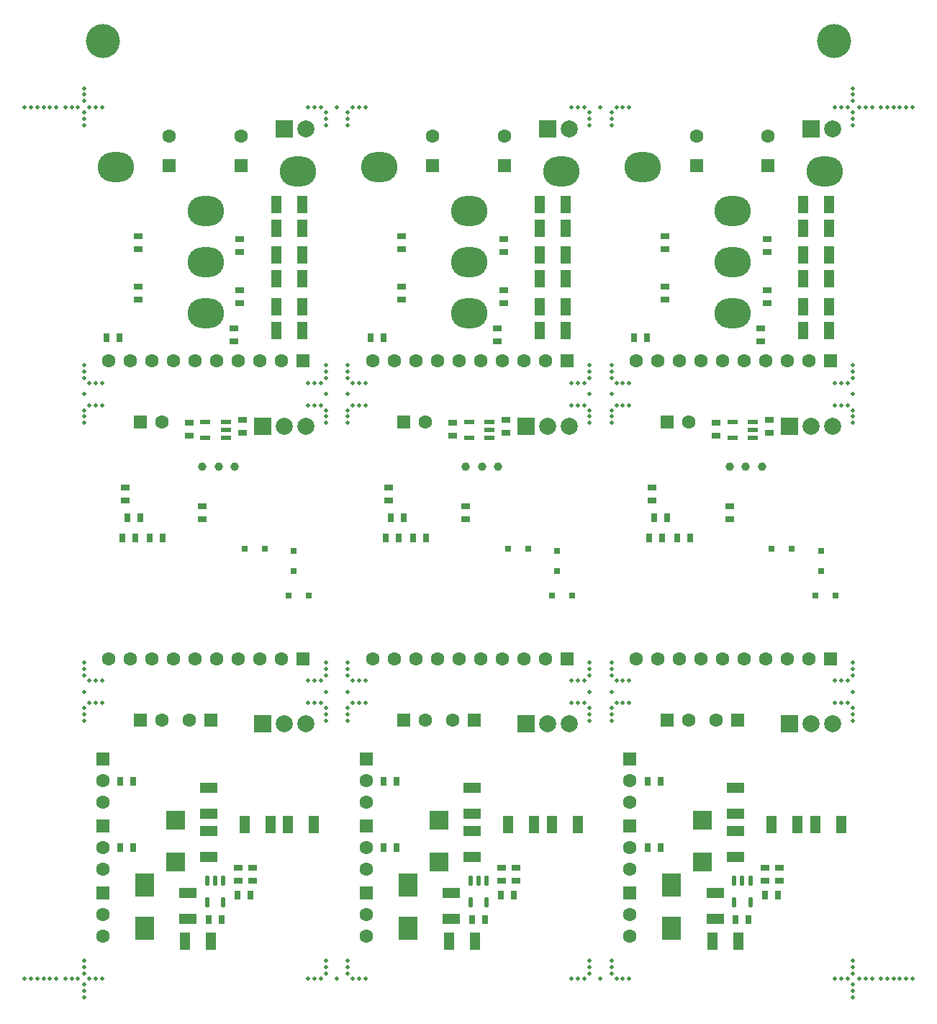
<source format=gbs>
%TF.GenerationSoftware,KiCad,Pcbnew,6.0.4-6f826c9f35~116~ubuntu20.04.1*%
%TF.CreationDate,2022-04-22T17:02:12+02:00*%
%TF.ProjectId,crawl_esc_pan,63726177-6c5f-4657-9363-5f70616e2e6b,rev?*%
%TF.SameCoordinates,Original*%
%TF.FileFunction,Soldermask,Bot*%
%TF.FilePolarity,Negative*%
%FSLAX46Y46*%
G04 Gerber Fmt 4.6, Leading zero omitted, Abs format (unit mm)*
G04 Created by KiCad (PCBNEW 6.0.4-6f826c9f35~116~ubuntu20.04.1) date 2022-04-22 17:02:12*
%MOMM*%
%LPD*%
G01*
G04 APERTURE LIST*
G04 Aperture macros list*
%AMRoundRect*
0 Rectangle with rounded corners*
0 $1 Rounding radius*
0 $2 $3 $4 $5 $6 $7 $8 $9 X,Y pos of 4 corners*
0 Add a 4 corners polygon primitive as box body*
4,1,4,$2,$3,$4,$5,$6,$7,$8,$9,$2,$3,0*
0 Add four circle primitives for the rounded corners*
1,1,$1+$1,$2,$3*
1,1,$1+$1,$4,$5*
1,1,$1+$1,$6,$7*
1,1,$1+$1,$8,$9*
0 Add four rect primitives between the rounded corners*
20,1,$1+$1,$2,$3,$4,$5,0*
20,1,$1+$1,$4,$5,$6,$7,0*
20,1,$1+$1,$6,$7,$8,$9,0*
20,1,$1+$1,$8,$9,$2,$3,0*%
G04 Aperture macros list end*
%ADD10C,1.000000*%
%ADD11O,4.300000X3.500000*%
%ADD12C,0.500000*%
%ADD13R,1.600200X1.600200*%
%ADD14C,1.600200*%
%ADD15C,4.000000*%
%ADD16R,2.000000X2.000000*%
%ADD17C,2.000000*%
%ADD18R,1.016000X0.762000*%
%ADD19R,1.193800X2.006600*%
%ADD20RoundRect,0.147500X-0.147500X0.457500X-0.147500X-0.457500X0.147500X-0.457500X0.147500X0.457500X0*%
%ADD21R,0.800000X0.800000*%
%ADD22R,2.006600X1.193800*%
%ADD23R,0.762000X1.016000*%
%ADD24R,1.200000X0.600000*%
%ADD25R,2.260000X2.160000*%
%ADD26R,2.200000X2.700000*%
G04 APERTURE END LIST*
D10*
%TO.C,TP3*%
X109896516Y-87163671D03*
%TD*%
D11*
%TO.C,TP3*%
X106501100Y-69068597D03*
%TD*%
D12*
%TO.C,*%
X154901100Y-147303599D03*
%TD*%
%TO.C,*%
X57151100Y-44903599D03*
%TD*%
D10*
%TO.C,TP1*%
X76996517Y-87163671D03*
%TD*%
D13*
%TO.C,ST2*%
X86961100Y-109703597D03*
D14*
X84421100Y-109703597D03*
X81881100Y-109703597D03*
X79341100Y-109703597D03*
X76801100Y-109703597D03*
X74261100Y-109703597D03*
X71721100Y-109703597D03*
X69181100Y-109703597D03*
X66641100Y-109703597D03*
X64101100Y-109703597D03*
%TD*%
D15*
%TO.C,*%
X149401100Y-37103599D03*
%TD*%
D12*
%TO.C,*%
X55651100Y-147303599D03*
%TD*%
D13*
%TO.C,ST5*%
X63400644Y-137263376D03*
D14*
X63400644Y-139803376D03*
X63400644Y-142343376D03*
%TD*%
D11*
%TO.C,TP3*%
X137501100Y-69068597D03*
%TD*%
D16*
%TO.C,ST1*%
X82186517Y-82403599D03*
D17*
X84726517Y-82403599D03*
X87266517Y-82403599D03*
%TD*%
D12*
%TO.C,*%
X54151100Y-44903599D03*
%TD*%
D13*
%TO.C,ST3*%
X94400644Y-121503378D03*
D14*
X94400644Y-124043378D03*
X94400644Y-126583378D03*
%TD*%
D12*
%TO.C,*%
X54901100Y-44903599D03*
%TD*%
%TO.C,*%
X61201100Y-146703599D03*
X61201100Y-149553599D03*
X63301100Y-147303599D03*
X61201100Y-148053599D03*
X61201100Y-148803599D03*
X58951100Y-147303599D03*
X60451100Y-147303599D03*
X62551100Y-147303599D03*
X61201100Y-145953599D03*
X61201100Y-145203599D03*
X59701100Y-147303599D03*
X61801100Y-147303599D03*
%TD*%
D11*
%TO.C,TP1*%
X86301100Y-52403599D03*
%TD*%
D12*
%TO.C,*%
X56401100Y-44903599D03*
%TD*%
%TO.C,*%
X158651100Y-147303599D03*
%TD*%
%TO.C,*%
X94301100Y-147303599D03*
X89601100Y-145953599D03*
X92201100Y-145953599D03*
X92201100Y-145203599D03*
X89001100Y-147303599D03*
X90901100Y-147303599D03*
X87501100Y-147303599D03*
X93551100Y-147303599D03*
X89601100Y-145203599D03*
X92201100Y-146703599D03*
X88251100Y-147303599D03*
X89601100Y-146703599D03*
X92801100Y-147303599D03*
%TD*%
D16*
%TO.C,ST1*%
X144186644Y-117403378D03*
D17*
X146726644Y-117403378D03*
X149266644Y-117403378D03*
%TD*%
D12*
%TO.C,*%
X54151100Y-147303599D03*
%TD*%
D13*
%TO.C,C1*%
X102201100Y-51753597D03*
D14*
X102201100Y-48253600D03*
%TD*%
D10*
%TO.C,TP3*%
X140896516Y-87163671D03*
%TD*%
D12*
%TO.C,*%
X57901100Y-147303599D03*
%TD*%
D13*
%TO.C,ST2*%
X98796642Y-116908378D03*
D14*
X101336642Y-116908378D03*
%TD*%
D10*
%TO.C,TP2*%
X137096516Y-87163671D03*
%TD*%
D12*
%TO.C,*%
X57151100Y-147303599D03*
%TD*%
D13*
%TO.C,ST3*%
X63400644Y-121503378D03*
D14*
X63400644Y-124043378D03*
X63400644Y-126583378D03*
%TD*%
D16*
%TO.C,ST1*%
X144186517Y-82403599D03*
D17*
X146726517Y-82403599D03*
X149266517Y-82403599D03*
%TD*%
D11*
%TO.C,TP1*%
X117301100Y-52403599D03*
%TD*%
D13*
%TO.C,C1*%
X71201100Y-51753597D03*
D14*
X71201100Y-48253600D03*
%TD*%
D13*
%TO.C,ST2*%
X129796642Y-116908378D03*
D14*
X132336642Y-116908378D03*
%TD*%
D12*
%TO.C,*%
X155651100Y-44903599D03*
%TD*%
D11*
%TO.C,TP5*%
X75501100Y-57068599D03*
%TD*%
D10*
%TO.C,TP1*%
X138996517Y-87163671D03*
%TD*%
D11*
%TO.C,TP2*%
X126901100Y-51903597D03*
%TD*%
D12*
%TO.C,*%
X157151100Y-44903599D03*
%TD*%
D11*
%TO.C,TP4*%
X106501100Y-63068597D03*
%TD*%
D13*
%TO.C,ST6*%
X107070644Y-116903376D03*
D14*
X104530644Y-116903376D03*
%TD*%
D11*
%TO.C,TP2*%
X64901100Y-51903597D03*
%TD*%
D13*
%TO.C,ST3*%
X98796416Y-81908502D03*
D14*
X101336416Y-81908502D03*
%TD*%
D12*
%TO.C,*%
X92201100Y-80503599D03*
X92201100Y-78603599D03*
X92801100Y-77303599D03*
X92201100Y-75203599D03*
X92201100Y-82003599D03*
X94301100Y-79903599D03*
X89601100Y-75203599D03*
X92801100Y-79903599D03*
X93551100Y-77303599D03*
X89601100Y-80503599D03*
X93551100Y-79903599D03*
X89601100Y-76703599D03*
X89601100Y-75953599D03*
X87501100Y-79903599D03*
X88251100Y-77303599D03*
X92201100Y-81253599D03*
X89601100Y-78603599D03*
X89601100Y-82003599D03*
X89601100Y-81253599D03*
X92201100Y-76703599D03*
X89001100Y-79903599D03*
X87501100Y-77303599D03*
X92201100Y-75953599D03*
X94301100Y-77303599D03*
X89001100Y-77303599D03*
X88251100Y-79903599D03*
%TD*%
%TO.C,*%
X155651100Y-147303599D03*
%TD*%
D11*
%TO.C,TP4*%
X75501100Y-63068597D03*
%TD*%
D12*
%TO.C,*%
X157901100Y-147303599D03*
%TD*%
D13*
%TO.C,ST2*%
X148961100Y-109703597D03*
D14*
X146421100Y-109703597D03*
X143881100Y-109703597D03*
X141341100Y-109703597D03*
X138801100Y-109703597D03*
X136261100Y-109703597D03*
X133721100Y-109703597D03*
X131181100Y-109703597D03*
X128641100Y-109703597D03*
X126101100Y-109703597D03*
%TD*%
D13*
%TO.C,C1*%
X133201100Y-51753597D03*
D14*
X133201100Y-48253600D03*
%TD*%
D13*
%TO.C,ST6*%
X138070644Y-116903376D03*
D14*
X135530644Y-116903376D03*
%TD*%
D13*
%TO.C,ST2*%
X117961100Y-109703597D03*
D14*
X115421100Y-109703597D03*
X112881100Y-109703597D03*
X110341100Y-109703597D03*
X107801100Y-109703597D03*
X105261100Y-109703597D03*
X102721100Y-109703597D03*
X100181100Y-109703597D03*
X97641100Y-109703597D03*
X95101100Y-109703597D03*
%TD*%
D12*
%TO.C,*%
X151001100Y-44903599D03*
X151601100Y-46253599D03*
X153101100Y-44903599D03*
X150251100Y-44903599D03*
X151601100Y-42653599D03*
X149501100Y-44903599D03*
X151601100Y-47003599D03*
X153851100Y-44903599D03*
X151601100Y-45503599D03*
X151601100Y-43403599D03*
X152351100Y-44903599D03*
X151601100Y-44153599D03*
%TD*%
%TO.C,*%
X150251100Y-112303599D03*
X151001100Y-112303599D03*
X151601100Y-111703599D03*
X151601100Y-113603599D03*
X151601100Y-117003599D03*
X151601100Y-115503599D03*
X151601100Y-110203599D03*
X150251100Y-114903599D03*
X151001100Y-114903599D03*
X149501100Y-114903599D03*
X151601100Y-116253599D03*
X151601100Y-110953599D03*
X149501100Y-112303599D03*
%TD*%
D15*
%TO.C,*%
X63401100Y-37103599D03*
%TD*%
D10*
%TO.C,TP2*%
X106096516Y-87163671D03*
%TD*%
D13*
%TO.C,ST4*%
X63400644Y-129363376D03*
D14*
X63400644Y-131903376D03*
X63400644Y-134443376D03*
%TD*%
D16*
%TO.C,ST1*%
X113186644Y-117403378D03*
D17*
X115726644Y-117403378D03*
X118266644Y-117403378D03*
%TD*%
D12*
%TO.C,*%
X157151100Y-147303599D03*
%TD*%
D13*
%TO.C,ST5*%
X125400644Y-137263376D03*
D14*
X125400644Y-139803376D03*
X125400644Y-142343376D03*
%TD*%
D13*
%TO.C,ST3*%
X67796416Y-81908502D03*
D14*
X70336416Y-81908502D03*
%TD*%
D12*
%TO.C,*%
X151001100Y-77303599D03*
X149501100Y-77303599D03*
X149501100Y-79903599D03*
X150251100Y-77303599D03*
X151601100Y-80503599D03*
X151601100Y-81253599D03*
X151601100Y-75203599D03*
X151001100Y-79903599D03*
X151601100Y-76703599D03*
X151601100Y-75953599D03*
X151601100Y-78603599D03*
X151601100Y-82003599D03*
X150251100Y-79903599D03*
%TD*%
D13*
%TO.C,ST4*%
X125400644Y-129363376D03*
D14*
X125400644Y-131903376D03*
X125400644Y-134443376D03*
%TD*%
D13*
%TO.C,ST6*%
X76070644Y-116903376D03*
D14*
X73530644Y-116903376D03*
%TD*%
D12*
%TO.C,*%
X157901100Y-44903599D03*
%TD*%
D13*
%TO.C,C2*%
X110601100Y-51753597D03*
D14*
X110601100Y-48253600D03*
%TD*%
D11*
%TO.C,TP3*%
X75501100Y-69068597D03*
%TD*%
D12*
%TO.C,*%
X158651100Y-44903599D03*
%TD*%
%TO.C,*%
X120601100Y-47003599D03*
X121901100Y-44903599D03*
X123801100Y-44903599D03*
X123201100Y-46253599D03*
X123201100Y-45503599D03*
X119251100Y-44903599D03*
X125301100Y-44903599D03*
X123201100Y-47003599D03*
X118501100Y-44903599D03*
X120001100Y-44903599D03*
X120601100Y-46253599D03*
X124551100Y-44903599D03*
X120601100Y-45503599D03*
%TD*%
%TO.C,*%
X89601100Y-111703599D03*
X89001100Y-114903599D03*
X88251100Y-112303599D03*
X94301100Y-112303599D03*
X92801100Y-112303599D03*
X89601100Y-110953599D03*
X93551100Y-114903599D03*
X89001100Y-112303599D03*
X92801100Y-114903599D03*
X92201100Y-110203599D03*
X92201100Y-115503599D03*
X87501100Y-112303599D03*
X92201100Y-110953599D03*
X89601100Y-116253599D03*
X92201100Y-117003599D03*
X92201100Y-113603599D03*
X94301100Y-114903599D03*
X93551100Y-112303599D03*
X89601100Y-117003599D03*
X88251100Y-114903599D03*
X89601100Y-110203599D03*
X92201100Y-111703599D03*
X92201100Y-116253599D03*
X87501100Y-114903599D03*
X89601100Y-113603599D03*
X89601100Y-115503599D03*
%TD*%
%TO.C,*%
X57901100Y-44903599D03*
%TD*%
%TO.C,*%
X156401100Y-147303599D03*
%TD*%
%TO.C,*%
X88251100Y-44903599D03*
X89601100Y-45503599D03*
X89601100Y-47003599D03*
X93551100Y-44903599D03*
X92201100Y-46253599D03*
X92801100Y-44903599D03*
X87501100Y-44903599D03*
X92201100Y-47003599D03*
X94301100Y-44903599D03*
X90901100Y-44903599D03*
X92201100Y-45503599D03*
X89001100Y-44903599D03*
X89601100Y-46253599D03*
%TD*%
%TO.C,*%
X56401100Y-147303599D03*
%TD*%
%TO.C,*%
X156401100Y-44903599D03*
%TD*%
D16*
%TO.C,ST1*%
X113186517Y-82403599D03*
D17*
X115726517Y-82403599D03*
X118266517Y-82403599D03*
%TD*%
D12*
%TO.C,*%
X124551100Y-77303599D03*
X120601100Y-76703599D03*
X120601100Y-80503599D03*
X123801100Y-79903599D03*
X120601100Y-82003599D03*
X119251100Y-77303599D03*
X123201100Y-75953599D03*
X118501100Y-79903599D03*
X123201100Y-75203599D03*
X119251100Y-79903599D03*
X120001100Y-79903599D03*
X123201100Y-80503599D03*
X120001100Y-77303599D03*
X125301100Y-79903599D03*
X123201100Y-82003599D03*
X120601100Y-78603599D03*
X120601100Y-75203599D03*
X123201100Y-78603599D03*
X120601100Y-75953599D03*
X123801100Y-77303599D03*
X123201100Y-76703599D03*
X124551100Y-79903599D03*
X123201100Y-81253599D03*
X125301100Y-77303599D03*
X118501100Y-77303599D03*
X120601100Y-81253599D03*
%TD*%
D16*
%TO.C,ST1*%
X82186644Y-117403378D03*
D17*
X84726644Y-117403378D03*
X87266644Y-117403378D03*
%TD*%
D10*
%TO.C,TP3*%
X78896516Y-87163671D03*
%TD*%
D11*
%TO.C,TP2*%
X95901100Y-51903597D03*
%TD*%
%TO.C,TP5*%
X137501100Y-57068599D03*
%TD*%
D13*
%TO.C,ST3*%
X129796416Y-81908502D03*
D14*
X132336416Y-81908502D03*
%TD*%
D13*
%TO.C,ST3*%
X125400644Y-121503378D03*
D14*
X125400644Y-124043378D03*
X125400644Y-126583378D03*
%TD*%
D11*
%TO.C,TP4*%
X137501100Y-63068597D03*
%TD*%
D13*
%TO.C,ST5*%
X94400644Y-137263376D03*
D14*
X94400644Y-139803376D03*
X94400644Y-142343376D03*
%TD*%
D12*
%TO.C,*%
X120001100Y-112303599D03*
X119251100Y-112303599D03*
X123801100Y-114903599D03*
X120601100Y-117003599D03*
X120601100Y-111703599D03*
X123201100Y-115503599D03*
X120601100Y-110203599D03*
X120601100Y-110953599D03*
X123201100Y-111703599D03*
X118501100Y-114903599D03*
X123201100Y-117003599D03*
X123201100Y-110203599D03*
X119251100Y-114903599D03*
X123201100Y-116253599D03*
X123801100Y-112303599D03*
X120001100Y-114903599D03*
X120601100Y-113603599D03*
X123201100Y-110953599D03*
X125301100Y-112303599D03*
X125301100Y-114903599D03*
X124551100Y-112303599D03*
X123201100Y-113603599D03*
X118501100Y-112303599D03*
X120601100Y-116253599D03*
X120601100Y-115503599D03*
X124551100Y-114903599D03*
%TD*%
D13*
%TO.C,C2*%
X141601100Y-51753597D03*
D14*
X141601100Y-48253600D03*
%TD*%
D12*
%TO.C,*%
X124551100Y-147303599D03*
X123201100Y-145953599D03*
X120001100Y-147303599D03*
X120601100Y-145953599D03*
X120601100Y-146703599D03*
X123201100Y-145203599D03*
X119251100Y-147303599D03*
X125301100Y-147303599D03*
X123201100Y-146703599D03*
X123801100Y-147303599D03*
X121901100Y-147303599D03*
X118501100Y-147303599D03*
X120601100Y-145203599D03*
%TD*%
%TO.C,*%
X61201100Y-78603599D03*
X61201100Y-81253599D03*
X61201100Y-80503599D03*
X61201100Y-75953599D03*
X61201100Y-82003599D03*
X61801100Y-77303599D03*
X62551100Y-79903599D03*
X63301100Y-77303599D03*
X61201100Y-76703599D03*
X61801100Y-79903599D03*
X63301100Y-79903599D03*
X61201100Y-75203599D03*
X62551100Y-77303599D03*
%TD*%
D10*
%TO.C,TP1*%
X107996517Y-87163671D03*
%TD*%
D11*
%TO.C,TP1*%
X148301100Y-52403599D03*
%TD*%
D12*
%TO.C,*%
X54901100Y-147303599D03*
%TD*%
D11*
%TO.C,TP5*%
X106501100Y-57068599D03*
%TD*%
D12*
%TO.C,*%
X61201100Y-47003599D03*
X61201100Y-46253599D03*
X61201100Y-42653599D03*
X60451100Y-44903599D03*
X61201100Y-45503599D03*
X61801100Y-44903599D03*
X61201100Y-44153599D03*
X62551100Y-44903599D03*
X63301100Y-44903599D03*
X59701100Y-44903599D03*
X58951100Y-44903599D03*
X61201100Y-43403599D03*
%TD*%
D13*
%TO.C,ST2*%
X67796642Y-116908378D03*
D14*
X70336642Y-116908378D03*
%TD*%
D10*
%TO.C,TP2*%
X75096516Y-87163671D03*
%TD*%
D12*
%TO.C,*%
X151001100Y-147303599D03*
X151601100Y-148803599D03*
X151601100Y-145203599D03*
X152351100Y-147303599D03*
X153851100Y-147303599D03*
X151601100Y-148053599D03*
X151601100Y-145953599D03*
X150251100Y-147303599D03*
X151601100Y-146703599D03*
X149501100Y-147303599D03*
X153101100Y-147303599D03*
X151601100Y-149553599D03*
%TD*%
%TO.C,*%
X154901100Y-44903599D03*
%TD*%
%TO.C,*%
X55651100Y-44903599D03*
%TD*%
D13*
%TO.C,ST4*%
X94400644Y-129363376D03*
D14*
X94400644Y-131903376D03*
X94400644Y-134443376D03*
%TD*%
D12*
%TO.C,*%
X61201100Y-117003599D03*
X61801100Y-114903599D03*
X61201100Y-110203599D03*
X62551100Y-114903599D03*
X62551100Y-112303599D03*
X63301100Y-114903599D03*
X61201100Y-110953599D03*
X61801100Y-112303599D03*
X61201100Y-116253599D03*
X61201100Y-113603599D03*
X61201100Y-111703599D03*
X61201100Y-115503599D03*
X63301100Y-112303599D03*
%TD*%
D13*
%TO.C,C2*%
X79601100Y-51753597D03*
D14*
X79601100Y-48253600D03*
%TD*%
D18*
%TO.C,R5*%
X141300642Y-135865378D03*
X141300642Y-134341378D03*
%TD*%
%TO.C,C13*%
X141801100Y-83165599D03*
X141801100Y-81641599D03*
%TD*%
D16*
%TO.C,ST1*%
X84731100Y-47403599D03*
D17*
X87271100Y-47403599D03*
%TD*%
D19*
%TO.C,C3*%
X145791367Y-62278597D03*
X148839367Y-62278597D03*
%TD*%
D20*
%TO.C,IC3*%
X137650642Y-135848381D03*
X138600642Y-135848381D03*
X139550644Y-135848381D03*
X139550644Y-138358378D03*
X137650642Y-138358378D03*
%TD*%
D21*
%TO.C,D2*%
X85839100Y-97003597D03*
X85839100Y-99403597D03*
%TD*%
D22*
%TO.C,C19*%
X106800645Y-133027380D03*
X106800645Y-129979380D03*
%TD*%
D18*
%TO.C,R2*%
X79501102Y-67915597D03*
X79501102Y-66391597D03*
%TD*%
D21*
%TO.C,D1*%
X149601100Y-102303597D03*
X147201100Y-102303597D03*
%TD*%
D23*
%TO.C,R4*%
X127667264Y-95503597D03*
X129191264Y-95503597D03*
%TD*%
D18*
%TO.C,R1*%
X140751100Y-72370597D03*
X140751100Y-70846597D03*
%TD*%
D19*
%TO.C,C5*%
X145777098Y-71103595D03*
X148825098Y-71103595D03*
%TD*%
%TO.C,C4*%
X145791367Y-65078593D03*
X148839367Y-65078593D03*
%TD*%
D23*
%TO.C,R6*%
X142762644Y-137503381D03*
X141238644Y-137503381D03*
%TD*%
D18*
%TO.C,L1*%
X127996516Y-89601672D03*
X127996516Y-91125672D03*
%TD*%
D21*
%TO.C,D2*%
X147839100Y-97003597D03*
X147839100Y-99403597D03*
%TD*%
D23*
%TO.C,C18*%
X75838642Y-140403380D03*
X77362642Y-140403380D03*
%TD*%
D24*
%TO.C,IC1*%
X108846503Y-81873786D03*
X108846503Y-82823746D03*
X108846503Y-83773706D03*
X106446502Y-83773706D03*
X106446502Y-81873786D03*
%TD*%
D19*
%TO.C,C5*%
X150224642Y-129203376D03*
X147176642Y-129203376D03*
%TD*%
D25*
%TO.C,D2*%
X133900642Y-133653379D03*
X133900642Y-128753378D03*
%TD*%
D13*
%TO.C,ST2*%
X86961100Y-74703597D03*
D14*
X84421100Y-74703597D03*
X81881100Y-74703597D03*
X79341100Y-74703597D03*
X76801100Y-74703597D03*
X74261100Y-74703597D03*
X71721100Y-74703597D03*
X69181100Y-74703597D03*
X66641100Y-74703597D03*
X64101100Y-74703597D03*
%TD*%
D21*
%TO.C,D3*%
X80046516Y-96803597D03*
X82446516Y-96803597D03*
%TD*%
D19*
%TO.C,C5*%
X88224642Y-129203376D03*
X85176642Y-129203376D03*
%TD*%
%TO.C,C6*%
X83777098Y-68303597D03*
X86825098Y-68303597D03*
%TD*%
D18*
%TO.C,C15*%
X143000642Y-135865378D03*
X143000642Y-134341378D03*
%TD*%
D19*
%TO.C,C3*%
X142076642Y-129203376D03*
X145124642Y-129203376D03*
%TD*%
D16*
%TO.C,ST1*%
X146731100Y-47403599D03*
D17*
X149271100Y-47403599D03*
%TD*%
D22*
%TO.C,C20*%
X75800642Y-124879378D03*
X75800642Y-127927378D03*
%TD*%
D23*
%TO.C,R4*%
X96667264Y-95503597D03*
X98191264Y-95503597D03*
%TD*%
%TO.C,C11*%
X132439517Y-95515356D03*
X130915517Y-95515356D03*
%TD*%
D18*
%TO.C,R2*%
X110501102Y-67915597D03*
X110501102Y-66391597D03*
%TD*%
D24*
%TO.C,IC1*%
X77846503Y-81873786D03*
X77846503Y-82823746D03*
X77846503Y-83773706D03*
X75446502Y-83773706D03*
X75446502Y-81873786D03*
%TD*%
D21*
%TO.C,D1*%
X87601100Y-102303597D03*
X85201100Y-102303597D03*
%TD*%
D18*
%TO.C,R6*%
X129501100Y-61565597D03*
X129501100Y-60041597D03*
%TD*%
D21*
%TO.C,D3*%
X142046516Y-96803597D03*
X144446516Y-96803597D03*
%TD*%
D23*
%TO.C,C21*%
X66962644Y-124103378D03*
X65438644Y-124103378D03*
%TD*%
D18*
%TO.C,R1*%
X109751100Y-72370597D03*
X109751100Y-70846597D03*
%TD*%
D22*
%TO.C,C19*%
X137800645Y-133027380D03*
X137800645Y-129979380D03*
%TD*%
D18*
%TO.C,C15*%
X81000642Y-135865378D03*
X81000642Y-134341378D03*
%TD*%
D19*
%TO.C,C8*%
X83777103Y-56303599D03*
X86825103Y-56303599D03*
%TD*%
D23*
%TO.C,C11*%
X70439517Y-95515356D03*
X68915517Y-95515356D03*
%TD*%
D18*
%TO.C,R5*%
X110300642Y-135865378D03*
X110300642Y-134341378D03*
%TD*%
D24*
%TO.C,IC1*%
X139846503Y-81873786D03*
X139846503Y-82823746D03*
X139846503Y-83773706D03*
X137446502Y-83773706D03*
X137446502Y-81873786D03*
%TD*%
D19*
%TO.C,C3*%
X83791367Y-62278597D03*
X86839367Y-62278597D03*
%TD*%
%TO.C,C3*%
X111076642Y-129203376D03*
X114124642Y-129203376D03*
%TD*%
%TO.C,C4*%
X114791367Y-65078593D03*
X117839367Y-65078593D03*
%TD*%
%TO.C,C5*%
X83777098Y-71103595D03*
X86825098Y-71103595D03*
%TD*%
%TO.C,C5*%
X119224642Y-129203376D03*
X116176642Y-129203376D03*
%TD*%
%TO.C,C6*%
X114777098Y-68303597D03*
X117825098Y-68303597D03*
%TD*%
D21*
%TO.C,D1*%
X118601100Y-102303597D03*
X116201100Y-102303597D03*
%TD*%
D23*
%TO.C,C22*%
X97962644Y-131903376D03*
X96438644Y-131903376D03*
%TD*%
D26*
%TO.C,L2*%
X130300644Y-141453378D03*
X130300644Y-136353378D03*
%TD*%
D23*
%TO.C,C21*%
X97962644Y-124103378D03*
X96438644Y-124103378D03*
%TD*%
%TO.C,R4*%
X94839100Y-72003597D03*
X96363100Y-72003597D03*
%TD*%
D22*
%TO.C,C19*%
X75800645Y-133027380D03*
X75800645Y-129979380D03*
%TD*%
D20*
%TO.C,IC3*%
X75650642Y-135848381D03*
X76600642Y-135848381D03*
X77550644Y-135848381D03*
X77550644Y-138358378D03*
X75650642Y-138358378D03*
%TD*%
D19*
%TO.C,C7*%
X114777103Y-59103601D03*
X117825103Y-59103601D03*
%TD*%
%TO.C,C7*%
X145777103Y-59103601D03*
X148825103Y-59103601D03*
%TD*%
D23*
%TO.C,R6*%
X80762644Y-137503381D03*
X79238644Y-137503381D03*
%TD*%
D18*
%TO.C,R3*%
X110501102Y-61915597D03*
X110501102Y-60391597D03*
%TD*%
D19*
%TO.C,C5*%
X114777098Y-71103595D03*
X117825098Y-71103595D03*
%TD*%
D18*
%TO.C,C6*%
X135501100Y-83465599D03*
X135501100Y-81941599D03*
%TD*%
D22*
%TO.C,C9*%
X135400644Y-137279381D03*
X135400644Y-140327381D03*
%TD*%
D18*
%TO.C,C15*%
X112000642Y-135865378D03*
X112000642Y-134341378D03*
%TD*%
%TO.C,C6*%
X104501100Y-83465599D03*
X104501100Y-81941599D03*
%TD*%
%TO.C,C4*%
X106096516Y-91801673D03*
X106096516Y-93325673D03*
%TD*%
D23*
%TO.C,C22*%
X66962644Y-131903376D03*
X65438644Y-131903376D03*
%TD*%
D18*
%TO.C,C6*%
X73501100Y-83465599D03*
X73501100Y-81941599D03*
%TD*%
D19*
%TO.C,C3*%
X80076642Y-129203376D03*
X83124642Y-129203376D03*
%TD*%
D23*
%TO.C,R6*%
X111762644Y-137503381D03*
X110238644Y-137503381D03*
%TD*%
D26*
%TO.C,L2*%
X68300644Y-141453378D03*
X68300644Y-136353378D03*
%TD*%
D23*
%TO.C,C22*%
X128962644Y-131903376D03*
X127438644Y-131903376D03*
%TD*%
D19*
%TO.C,C8*%
X145777103Y-56303599D03*
X148825103Y-56303599D03*
%TD*%
D21*
%TO.C,D2*%
X116839100Y-97003597D03*
X116839100Y-99403597D03*
%TD*%
D23*
%TO.C,R4*%
X63839100Y-72003597D03*
X65363100Y-72003597D03*
%TD*%
D18*
%TO.C,C4*%
X137096516Y-91801673D03*
X137096516Y-93325673D03*
%TD*%
%TO.C,C13*%
X79801100Y-83165599D03*
X79801100Y-81641599D03*
%TD*%
D23*
%TO.C,R14*%
X128234517Y-93163672D03*
X129758517Y-93163672D03*
%TD*%
D22*
%TO.C,C9*%
X104400644Y-137279381D03*
X104400644Y-140327381D03*
%TD*%
D26*
%TO.C,L2*%
X99300644Y-141453378D03*
X99300644Y-136353378D03*
%TD*%
D23*
%TO.C,R14*%
X66234517Y-93163672D03*
X67758517Y-93163672D03*
%TD*%
D18*
%TO.C,R3*%
X141501102Y-61915597D03*
X141501102Y-60391597D03*
%TD*%
D23*
%TO.C,C21*%
X128962644Y-124103378D03*
X127438644Y-124103378D03*
%TD*%
D18*
%TO.C,L1*%
X96996516Y-89601672D03*
X96996516Y-91125672D03*
%TD*%
D19*
%TO.C,C3*%
X114791367Y-62278597D03*
X117839367Y-62278597D03*
%TD*%
%TO.C,C10*%
X76124642Y-142903378D03*
X73076642Y-142903378D03*
%TD*%
D21*
%TO.C,D3*%
X111046516Y-96803597D03*
X113446516Y-96803597D03*
%TD*%
D18*
%TO.C,R2*%
X141501102Y-67915597D03*
X141501102Y-66391597D03*
%TD*%
%TO.C,R5*%
X98501100Y-67465599D03*
X98501100Y-65941599D03*
%TD*%
D19*
%TO.C,C6*%
X145777098Y-68303597D03*
X148825098Y-68303597D03*
%TD*%
D18*
%TO.C,R5*%
X67501100Y-67465599D03*
X67501100Y-65941599D03*
%TD*%
%TO.C,L1*%
X65996516Y-89601672D03*
X65996516Y-91125672D03*
%TD*%
D19*
%TO.C,C10*%
X107124642Y-142903378D03*
X104076642Y-142903378D03*
%TD*%
D18*
%TO.C,C4*%
X75096516Y-91801673D03*
X75096516Y-93325673D03*
%TD*%
D22*
%TO.C,C20*%
X137800642Y-124879378D03*
X137800642Y-127927378D03*
%TD*%
D23*
%TO.C,R4*%
X65667264Y-95503597D03*
X67191264Y-95503597D03*
%TD*%
D13*
%TO.C,ST2*%
X117961100Y-74703597D03*
D14*
X115421100Y-74703597D03*
X112881100Y-74703597D03*
X110341100Y-74703597D03*
X107801100Y-74703597D03*
X105261100Y-74703597D03*
X102721100Y-74703597D03*
X100181100Y-74703597D03*
X97641100Y-74703597D03*
X95101100Y-74703597D03*
%TD*%
D18*
%TO.C,R5*%
X129501100Y-67465599D03*
X129501100Y-65941599D03*
%TD*%
D13*
%TO.C,ST2*%
X148961100Y-74703597D03*
D14*
X146421100Y-74703597D03*
X143881100Y-74703597D03*
X141341100Y-74703597D03*
X138801100Y-74703597D03*
X136261100Y-74703597D03*
X133721100Y-74703597D03*
X131181100Y-74703597D03*
X128641100Y-74703597D03*
X126101100Y-74703597D03*
%TD*%
D23*
%TO.C,R14*%
X97234517Y-93163672D03*
X98758517Y-93163672D03*
%TD*%
D18*
%TO.C,R5*%
X79300642Y-135865378D03*
X79300642Y-134341378D03*
%TD*%
D20*
%TO.C,IC3*%
X106650642Y-135848381D03*
X107600642Y-135848381D03*
X108550644Y-135848381D03*
X108550644Y-138358378D03*
X106650642Y-138358378D03*
%TD*%
D18*
%TO.C,R6*%
X98501100Y-61565597D03*
X98501100Y-60041597D03*
%TD*%
D22*
%TO.C,C9*%
X73400644Y-137279381D03*
X73400644Y-140327381D03*
%TD*%
D19*
%TO.C,C10*%
X138124642Y-142903378D03*
X135076642Y-142903378D03*
%TD*%
%TO.C,C7*%
X83777103Y-59103601D03*
X86825103Y-59103601D03*
%TD*%
D18*
%TO.C,C13*%
X110801100Y-83165599D03*
X110801100Y-81641599D03*
%TD*%
D23*
%TO.C,C18*%
X106838642Y-140403380D03*
X108362642Y-140403380D03*
%TD*%
D18*
%TO.C,R6*%
X67501100Y-61565597D03*
X67501100Y-60041597D03*
%TD*%
D23*
%TO.C,C18*%
X137838642Y-140403380D03*
X139362642Y-140403380D03*
%TD*%
D19*
%TO.C,C8*%
X114777103Y-56303599D03*
X117825103Y-56303599D03*
%TD*%
D23*
%TO.C,R4*%
X125839100Y-72003597D03*
X127363100Y-72003597D03*
%TD*%
D25*
%TO.C,D2*%
X71900642Y-133653379D03*
X71900642Y-128753378D03*
%TD*%
D23*
%TO.C,C11*%
X101439517Y-95515356D03*
X99915517Y-95515356D03*
%TD*%
D25*
%TO.C,D2*%
X102900642Y-133653379D03*
X102900642Y-128753378D03*
%TD*%
D18*
%TO.C,R3*%
X79501102Y-61915597D03*
X79501102Y-60391597D03*
%TD*%
D19*
%TO.C,C4*%
X83791367Y-65078593D03*
X86839367Y-65078593D03*
%TD*%
D22*
%TO.C,C20*%
X106800642Y-124879378D03*
X106800642Y-127927378D03*
%TD*%
D18*
%TO.C,R1*%
X78751100Y-72370597D03*
X78751100Y-70846597D03*
%TD*%
D16*
%TO.C,ST1*%
X115731100Y-47403599D03*
D17*
X118271100Y-47403599D03*
%TD*%
M02*

</source>
